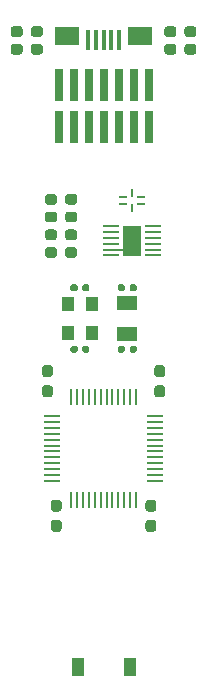
<source format=gtp>
G04 #@! TF.GenerationSoftware,KiCad,Pcbnew,(5.1.9-0-10_14)*
G04 #@! TF.CreationDate,2021-07-10T20:46:14+09:00*
G04 #@! TF.ProjectId,EB-STM32L4P5CG,45422d53-544d-4333-924c-34503543472e,V1.0*
G04 #@! TF.SameCoordinates,Original*
G04 #@! TF.FileFunction,Paste,Top*
G04 #@! TF.FilePolarity,Positive*
%FSLAX46Y46*%
G04 Gerber Fmt 4.6, Leading zero omitted, Abs format (unit mm)*
G04 Created by KiCad (PCBNEW (5.1.9-0-10_14)) date 2021-07-10 20:46:14*
%MOMM*%
%LPD*%
G01*
G04 APERTURE LIST*
%ADD10R,1.100000X1.250000*%
%ADD11R,1.800000X1.200000*%
%ADD12R,0.150000X1.400000*%
%ADD13R,1.400000X0.150000*%
%ADD14R,1.500000X2.500000*%
%ADD15R,0.350000X0.150000*%
%ADD16R,0.675000X0.200000*%
%ADD17R,0.200000X0.700000*%
%ADD18R,1.000000X1.600000*%
%ADD19R,0.650000X2.770000*%
%ADD20R,2.100000X1.600000*%
%ADD21R,0.300000X1.750000*%
G04 APERTURE END LIST*
D10*
X-3000000Y-15250000D03*
X-3000000Y-12750000D03*
X-1000000Y-12750000D03*
X-1000000Y-15250000D03*
G36*
G01*
X-2250000Y-3675000D02*
X-2250000Y-4125000D01*
G75*
G02*
X-2475000Y-4350000I-225000J0D01*
G01*
X-3025000Y-4350000D01*
G75*
G02*
X-3250000Y-4125000I0J225000D01*
G01*
X-3250000Y-3675000D01*
G75*
G02*
X-3025000Y-3450000I225000J0D01*
G01*
X-2475000Y-3450000D01*
G75*
G02*
X-2250000Y-3675000I0J-225000D01*
G01*
G37*
G36*
G01*
X-3950000Y-3675000D02*
X-3950000Y-4125000D01*
G75*
G02*
X-4175000Y-4350000I-225000J0D01*
G01*
X-4725000Y-4350000D01*
G75*
G02*
X-4950000Y-4125000I0J225000D01*
G01*
X-4950000Y-3675000D01*
G75*
G02*
X-4725000Y-3450000I225000J0D01*
G01*
X-4175000Y-3450000D01*
G75*
G02*
X-3950000Y-3675000I0J-225000D01*
G01*
G37*
G36*
G01*
X-2250000Y-5175000D02*
X-2250000Y-5625000D01*
G75*
G02*
X-2475000Y-5850000I-225000J0D01*
G01*
X-3025000Y-5850000D01*
G75*
G02*
X-3250000Y-5625000I0J225000D01*
G01*
X-3250000Y-5175000D01*
G75*
G02*
X-3025000Y-4950000I225000J0D01*
G01*
X-2475000Y-4950000D01*
G75*
G02*
X-2250000Y-5175000I0J-225000D01*
G01*
G37*
G36*
G01*
X-3950000Y-5175000D02*
X-3950000Y-5625000D01*
G75*
G02*
X-4175000Y-5850000I-225000J0D01*
G01*
X-4725000Y-5850000D01*
G75*
G02*
X-4950000Y-5625000I0J225000D01*
G01*
X-4950000Y-5175000D01*
G75*
G02*
X-4725000Y-4950000I225000J0D01*
G01*
X-4175000Y-4950000D01*
G75*
G02*
X-3950000Y-5175000I0J-225000D01*
G01*
G37*
D11*
X2000000Y-12700000D03*
X2000000Y-15300000D03*
D12*
X2750000Y-20650000D03*
X2250000Y-20650000D03*
X1750000Y-20650000D03*
X1250000Y-20650000D03*
X750000Y-20650000D03*
X250000Y-20650000D03*
X-250000Y-20650000D03*
X-750000Y-20650000D03*
X-1250000Y-20650000D03*
X-1750000Y-20650000D03*
X-2250000Y-20650000D03*
X-2750000Y-20650000D03*
D13*
X-4350000Y-22250000D03*
X-4350000Y-22750000D03*
X-4350000Y-23250000D03*
X-4350000Y-23750000D03*
X-4350000Y-24250000D03*
X-4350000Y-24750000D03*
X-4350000Y-25250000D03*
X-4350000Y-25750000D03*
X-4350000Y-26250000D03*
X-4350000Y-26750000D03*
X-4350000Y-27250000D03*
X-4350000Y-27750000D03*
D12*
X-2750000Y-29350000D03*
X-2250000Y-29350000D03*
X-1750000Y-29350000D03*
X-1250000Y-29350000D03*
X-750000Y-29350000D03*
X-250000Y-29350000D03*
X250000Y-29350000D03*
X750000Y-29350000D03*
X1250000Y-29350000D03*
X1750000Y-29350000D03*
X2250000Y-29350000D03*
X2750000Y-29350000D03*
D13*
X4350000Y-27750000D03*
X4350000Y-27250000D03*
X4350000Y-26750000D03*
X4350000Y-26250000D03*
X4350000Y-25750000D03*
X4350000Y-25250000D03*
X4350000Y-24750000D03*
X4350000Y-24250000D03*
X4350000Y-23750000D03*
X4350000Y-23250000D03*
X4350000Y-22750000D03*
X4350000Y-22250000D03*
D14*
X2400000Y-7400000D03*
D13*
X4200000Y-6150000D03*
X4200000Y-6650000D03*
X4200000Y-7150000D03*
X4200000Y-7650000D03*
X4200000Y-8150000D03*
X4200000Y-8650000D03*
X600000Y-8650000D03*
X600000Y-8150000D03*
X600000Y-7650000D03*
X600000Y-7150000D03*
X600000Y-6650000D03*
X600000Y-6150000D03*
D15*
X1475000Y-8150000D03*
D16*
X1612500Y-4275000D03*
X1612500Y-3725000D03*
D17*
X2400000Y-3350000D03*
D16*
X3187500Y-3725000D03*
X3187500Y-4275000D03*
D17*
X2400000Y-4650000D03*
D18*
X-2200000Y-43500000D03*
X2200000Y-43500000D03*
G36*
G01*
X-2250000Y-6675000D02*
X-2250000Y-7125000D01*
G75*
G02*
X-2475000Y-7350000I-225000J0D01*
G01*
X-3025000Y-7350000D01*
G75*
G02*
X-3250000Y-7125000I0J225000D01*
G01*
X-3250000Y-6675000D01*
G75*
G02*
X-3025000Y-6450000I225000J0D01*
G01*
X-2475000Y-6450000D01*
G75*
G02*
X-2250000Y-6675000I0J-225000D01*
G01*
G37*
G36*
G01*
X-3950000Y-6675000D02*
X-3950000Y-7125000D01*
G75*
G02*
X-4175000Y-7350000I-225000J0D01*
G01*
X-4725000Y-7350000D01*
G75*
G02*
X-4950000Y-7125000I0J225000D01*
G01*
X-4950000Y-6675000D01*
G75*
G02*
X-4725000Y-6450000I225000J0D01*
G01*
X-4175000Y-6450000D01*
G75*
G02*
X-3950000Y-6675000I0J-225000D01*
G01*
G37*
G36*
G01*
X-7850000Y8575000D02*
X-7850000Y9025000D01*
G75*
G02*
X-7625000Y9250000I225000J0D01*
G01*
X-7075000Y9250000D01*
G75*
G02*
X-6850000Y9025000I0J-225000D01*
G01*
X-6850000Y8575000D01*
G75*
G02*
X-7075000Y8350000I-225000J0D01*
G01*
X-7625000Y8350000D01*
G75*
G02*
X-7850000Y8575000I0J225000D01*
G01*
G37*
G36*
G01*
X-6150000Y8575000D02*
X-6150000Y9025000D01*
G75*
G02*
X-5925000Y9250000I225000J0D01*
G01*
X-5375000Y9250000D01*
G75*
G02*
X-5150000Y9025000I0J-225000D01*
G01*
X-5150000Y8575000D01*
G75*
G02*
X-5375000Y8350000I-225000J0D01*
G01*
X-5925000Y8350000D01*
G75*
G02*
X-6150000Y8575000I0J225000D01*
G01*
G37*
G36*
G01*
X5150000Y8575000D02*
X5150000Y9025000D01*
G75*
G02*
X5375000Y9250000I225000J0D01*
G01*
X5925000Y9250000D01*
G75*
G02*
X6150000Y9025000I0J-225000D01*
G01*
X6150000Y8575000D01*
G75*
G02*
X5925000Y8350000I-225000J0D01*
G01*
X5375000Y8350000D01*
G75*
G02*
X5150000Y8575000I0J225000D01*
G01*
G37*
G36*
G01*
X6850000Y8575000D02*
X6850000Y9025000D01*
G75*
G02*
X7075000Y9250000I225000J0D01*
G01*
X7625000Y9250000D01*
G75*
G02*
X7850000Y9025000I0J-225000D01*
G01*
X7850000Y8575000D01*
G75*
G02*
X7625000Y8350000I-225000J0D01*
G01*
X7075000Y8350000D01*
G75*
G02*
X6850000Y8575000I0J225000D01*
G01*
G37*
D19*
X3810000Y5778000D03*
X3810000Y2222000D03*
X2540000Y5778000D03*
X2540000Y2222000D03*
X1270000Y5778000D03*
X1270000Y2222000D03*
X0Y5778000D03*
X0Y2222000D03*
X-1270000Y5778000D03*
X-1270000Y2222000D03*
X-2540000Y5778000D03*
X-2540000Y2222000D03*
X-3810000Y5778000D03*
X-3810000Y2222000D03*
D20*
X-3100000Y9950000D03*
X3100000Y9950000D03*
D21*
X-1300000Y9625000D03*
X-650000Y9625000D03*
X0Y9625000D03*
X650000Y9625000D03*
X1300000Y9625000D03*
G36*
G01*
X7850000Y10525000D02*
X7850000Y10075000D01*
G75*
G02*
X7625000Y9850000I-225000J0D01*
G01*
X7075000Y9850000D01*
G75*
G02*
X6850000Y10075000I0J225000D01*
G01*
X6850000Y10525000D01*
G75*
G02*
X7075000Y10750000I225000J0D01*
G01*
X7625000Y10750000D01*
G75*
G02*
X7850000Y10525000I0J-225000D01*
G01*
G37*
G36*
G01*
X6150000Y10525000D02*
X6150000Y10075000D01*
G75*
G02*
X5925000Y9850000I-225000J0D01*
G01*
X5375000Y9850000D01*
G75*
G02*
X5150000Y10075000I0J225000D01*
G01*
X5150000Y10525000D01*
G75*
G02*
X5375000Y10750000I225000J0D01*
G01*
X5925000Y10750000D01*
G75*
G02*
X6150000Y10525000I0J-225000D01*
G01*
G37*
G36*
G01*
X-2250000Y-8175000D02*
X-2250000Y-8625000D01*
G75*
G02*
X-2475000Y-8850000I-225000J0D01*
G01*
X-3025000Y-8850000D01*
G75*
G02*
X-3250000Y-8625000I0J225000D01*
G01*
X-3250000Y-8175000D01*
G75*
G02*
X-3025000Y-7950000I225000J0D01*
G01*
X-2475000Y-7950000D01*
G75*
G02*
X-2250000Y-8175000I0J-225000D01*
G01*
G37*
G36*
G01*
X-3950000Y-8175000D02*
X-3950000Y-8625000D01*
G75*
G02*
X-4175000Y-8850000I-225000J0D01*
G01*
X-4725000Y-8850000D01*
G75*
G02*
X-4950000Y-8625000I0J225000D01*
G01*
X-4950000Y-8175000D01*
G75*
G02*
X-4725000Y-7950000I225000J0D01*
G01*
X-4175000Y-7950000D01*
G75*
G02*
X-3950000Y-8175000I0J-225000D01*
G01*
G37*
G36*
G01*
X-5150000Y10525000D02*
X-5150000Y10075000D01*
G75*
G02*
X-5375000Y9850000I-225000J0D01*
G01*
X-5925000Y9850000D01*
G75*
G02*
X-6150000Y10075000I0J225000D01*
G01*
X-6150000Y10525000D01*
G75*
G02*
X-5925000Y10750000I225000J0D01*
G01*
X-5375000Y10750000D01*
G75*
G02*
X-5150000Y10525000I0J-225000D01*
G01*
G37*
G36*
G01*
X-6850000Y10525000D02*
X-6850000Y10075000D01*
G75*
G02*
X-7075000Y9850000I-225000J0D01*
G01*
X-7625000Y9850000D01*
G75*
G02*
X-7850000Y10075000I0J225000D01*
G01*
X-7850000Y10525000D01*
G75*
G02*
X-7625000Y10750000I225000J0D01*
G01*
X-7075000Y10750000D01*
G75*
G02*
X-6850000Y10525000I0J-225000D01*
G01*
G37*
G36*
G01*
X3775000Y-29350000D02*
X4225000Y-29350000D01*
G75*
G02*
X4450000Y-29575000I0J-225000D01*
G01*
X4450000Y-30125000D01*
G75*
G02*
X4225000Y-30350000I-225000J0D01*
G01*
X3775000Y-30350000D01*
G75*
G02*
X3550000Y-30125000I0J225000D01*
G01*
X3550000Y-29575000D01*
G75*
G02*
X3775000Y-29350000I225000J0D01*
G01*
G37*
G36*
G01*
X3775000Y-31050000D02*
X4225000Y-31050000D01*
G75*
G02*
X4450000Y-31275000I0J-225000D01*
G01*
X4450000Y-31825000D01*
G75*
G02*
X4225000Y-32050000I-225000J0D01*
G01*
X3775000Y-32050000D01*
G75*
G02*
X3550000Y-31825000I0J225000D01*
G01*
X3550000Y-31275000D01*
G75*
G02*
X3775000Y-31050000I225000J0D01*
G01*
G37*
G36*
G01*
X-4225000Y-29350000D02*
X-3775000Y-29350000D01*
G75*
G02*
X-3550000Y-29575000I0J-225000D01*
G01*
X-3550000Y-30125000D01*
G75*
G02*
X-3775000Y-30350000I-225000J0D01*
G01*
X-4225000Y-30350000D01*
G75*
G02*
X-4450000Y-30125000I0J225000D01*
G01*
X-4450000Y-29575000D01*
G75*
G02*
X-4225000Y-29350000I225000J0D01*
G01*
G37*
G36*
G01*
X-4225000Y-31050000D02*
X-3775000Y-31050000D01*
G75*
G02*
X-3550000Y-31275000I0J-225000D01*
G01*
X-3550000Y-31825000D01*
G75*
G02*
X-3775000Y-32050000I-225000J0D01*
G01*
X-4225000Y-32050000D01*
G75*
G02*
X-4450000Y-31825000I0J225000D01*
G01*
X-4450000Y-31275000D01*
G75*
G02*
X-4225000Y-31050000I225000J0D01*
G01*
G37*
G36*
G01*
X-4525000Y-20650000D02*
X-4975000Y-20650000D01*
G75*
G02*
X-5200000Y-20425000I0J225000D01*
G01*
X-5200000Y-19875000D01*
G75*
G02*
X-4975000Y-19650000I225000J0D01*
G01*
X-4525000Y-19650000D01*
G75*
G02*
X-4300000Y-19875000I0J-225000D01*
G01*
X-4300000Y-20425000D01*
G75*
G02*
X-4525000Y-20650000I-225000J0D01*
G01*
G37*
G36*
G01*
X-4525000Y-18950000D02*
X-4975000Y-18950000D01*
G75*
G02*
X-5200000Y-18725000I0J225000D01*
G01*
X-5200000Y-18175000D01*
G75*
G02*
X-4975000Y-17950000I225000J0D01*
G01*
X-4525000Y-17950000D01*
G75*
G02*
X-4300000Y-18175000I0J-225000D01*
G01*
X-4300000Y-18725000D01*
G75*
G02*
X-4525000Y-18950000I-225000J0D01*
G01*
G37*
G36*
G01*
X4975000Y-20650000D02*
X4525000Y-20650000D01*
G75*
G02*
X4300000Y-20425000I0J225000D01*
G01*
X4300000Y-19875000D01*
G75*
G02*
X4525000Y-19650000I225000J0D01*
G01*
X4975000Y-19650000D01*
G75*
G02*
X5200000Y-19875000I0J-225000D01*
G01*
X5200000Y-20425000D01*
G75*
G02*
X4975000Y-20650000I-225000J0D01*
G01*
G37*
G36*
G01*
X4975000Y-18950000D02*
X4525000Y-18950000D01*
G75*
G02*
X4300000Y-18725000I0J225000D01*
G01*
X4300000Y-18175000D01*
G75*
G02*
X4525000Y-17950000I225000J0D01*
G01*
X4975000Y-17950000D01*
G75*
G02*
X5200000Y-18175000I0J-225000D01*
G01*
X5200000Y-18725000D01*
G75*
G02*
X4975000Y-18950000I-225000J0D01*
G01*
G37*
G36*
G01*
X2800000Y-16450000D02*
X2800000Y-16750000D01*
G75*
G02*
X2650000Y-16900000I-150000J0D01*
G01*
X2350000Y-16900000D01*
G75*
G02*
X2200000Y-16750000I0J150000D01*
G01*
X2200000Y-16450000D01*
G75*
G02*
X2350000Y-16300000I150000J0D01*
G01*
X2650000Y-16300000D01*
G75*
G02*
X2800000Y-16450000I0J-150000D01*
G01*
G37*
G36*
G01*
X1800000Y-16450000D02*
X1800000Y-16750000D01*
G75*
G02*
X1650000Y-16900000I-150000J0D01*
G01*
X1350000Y-16900000D01*
G75*
G02*
X1200000Y-16750000I0J150000D01*
G01*
X1200000Y-16450000D01*
G75*
G02*
X1350000Y-16300000I150000J0D01*
G01*
X1650000Y-16300000D01*
G75*
G02*
X1800000Y-16450000I0J-150000D01*
G01*
G37*
G36*
G01*
X2800000Y-11240000D02*
X2800000Y-11540000D01*
G75*
G02*
X2650000Y-11690000I-150000J0D01*
G01*
X2350000Y-11690000D01*
G75*
G02*
X2200000Y-11540000I0J150000D01*
G01*
X2200000Y-11240000D01*
G75*
G02*
X2350000Y-11090000I150000J0D01*
G01*
X2650000Y-11090000D01*
G75*
G02*
X2800000Y-11240000I0J-150000D01*
G01*
G37*
G36*
G01*
X1800000Y-11240000D02*
X1800000Y-11540000D01*
G75*
G02*
X1650000Y-11690000I-150000J0D01*
G01*
X1350000Y-11690000D01*
G75*
G02*
X1200000Y-11540000I0J150000D01*
G01*
X1200000Y-11240000D01*
G75*
G02*
X1350000Y-11090000I150000J0D01*
G01*
X1650000Y-11090000D01*
G75*
G02*
X1800000Y-11240000I0J-150000D01*
G01*
G37*
G36*
G01*
X-2800000Y-11550000D02*
X-2800000Y-11250000D01*
G75*
G02*
X-2650000Y-11100000I150000J0D01*
G01*
X-2350000Y-11100000D01*
G75*
G02*
X-2200000Y-11250000I0J-150000D01*
G01*
X-2200000Y-11550000D01*
G75*
G02*
X-2350000Y-11700000I-150000J0D01*
G01*
X-2650000Y-11700000D01*
G75*
G02*
X-2800000Y-11550000I0J150000D01*
G01*
G37*
G36*
G01*
X-1800000Y-11550000D02*
X-1800000Y-11250000D01*
G75*
G02*
X-1650000Y-11100000I150000J0D01*
G01*
X-1350000Y-11100000D01*
G75*
G02*
X-1200000Y-11250000I0J-150000D01*
G01*
X-1200000Y-11550000D01*
G75*
G02*
X-1350000Y-11700000I-150000J0D01*
G01*
X-1650000Y-11700000D01*
G75*
G02*
X-1800000Y-11550000I0J150000D01*
G01*
G37*
G36*
G01*
X-1200000Y-16450000D02*
X-1200000Y-16750000D01*
G75*
G02*
X-1350000Y-16900000I-150000J0D01*
G01*
X-1650000Y-16900000D01*
G75*
G02*
X-1800000Y-16750000I0J150000D01*
G01*
X-1800000Y-16450000D01*
G75*
G02*
X-1650000Y-16300000I150000J0D01*
G01*
X-1350000Y-16300000D01*
G75*
G02*
X-1200000Y-16450000I0J-150000D01*
G01*
G37*
G36*
G01*
X-2200000Y-16450000D02*
X-2200000Y-16750000D01*
G75*
G02*
X-2350000Y-16900000I-150000J0D01*
G01*
X-2650000Y-16900000D01*
G75*
G02*
X-2800000Y-16750000I0J150000D01*
G01*
X-2800000Y-16450000D01*
G75*
G02*
X-2650000Y-16300000I150000J0D01*
G01*
X-2350000Y-16300000D01*
G75*
G02*
X-2200000Y-16450000I0J-150000D01*
G01*
G37*
M02*

</source>
